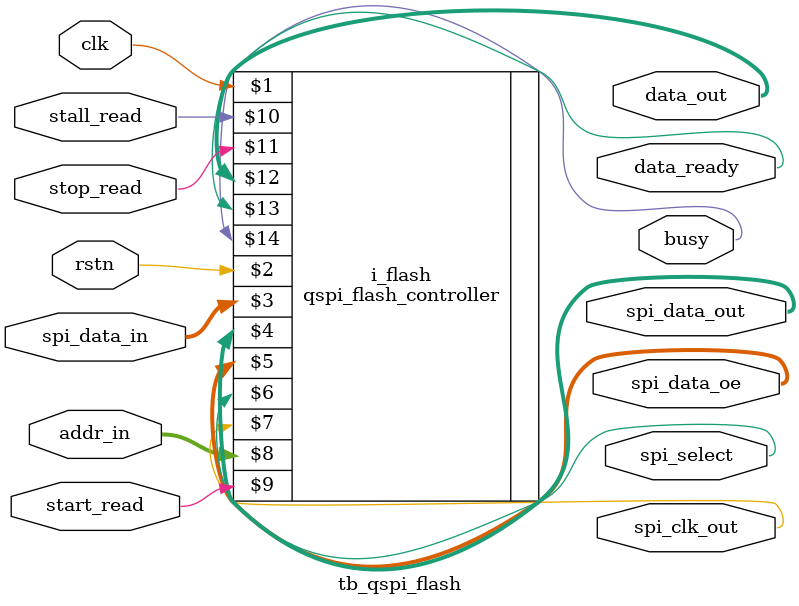
<source format=v>
/* A RISC-V core designed to use minimal area.
  
   Aim is to support RV32E 
 */

module tb_qspi_flash (
    input clk,
    input rstn,

    // External SPI interface
    input      [3:0] spi_data_in,
    output     [3:0] spi_data_out,
    output     [3:0] spi_data_oe,
    output           spi_select,
    output           spi_clk_out,

    // Internal interface for reading/writing data
    input [23:0]  addr_in,
    input         start_read,
    input         stall_read,
    input         stop_read,

    output [15:0] data_out,
    output        data_ready,
    output        busy
);

`ifdef COCOTB_SIM
initial begin
  $dumpfile ("qspi_flash.vcd");
  $dumpvars (0, tb_qspi_flash);
  #1;
end
`endif

    qspi_flash_controller #(.DATA_WIDTH_BYTES(2), .ADDR_BITS(24)) i_flash(
        clk,
        rstn,

        spi_data_in,
        spi_data_out,
        spi_data_oe,
        spi_select,
        spi_clk_out,

        addr_in,
        start_read,
        stall_read,
        stop_read,

        data_out,
        data_ready,
        busy
    );

endmodule

</source>
